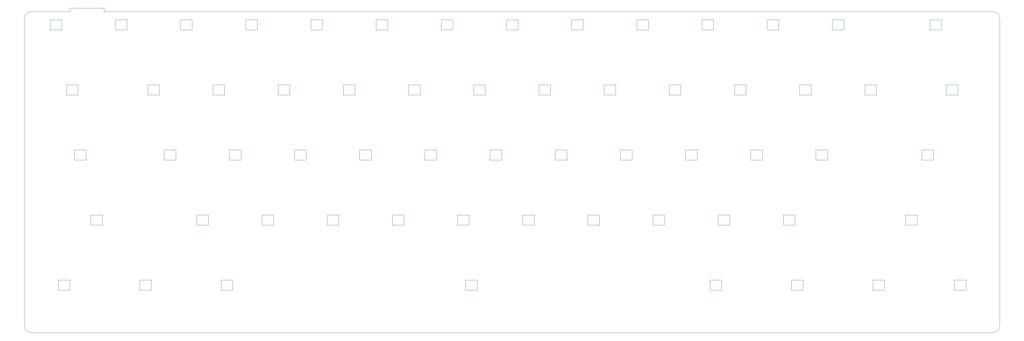
<source format=gm1>
%TF.GenerationSoftware,KiCad,Pcbnew,(5.1.10)-1*%
%TF.CreationDate,2021-09-29T22:37:26-06:00*%
%TF.ProjectId,PyKey60,50794b65-7936-4302-9e6b-696361645f70,1.1a*%
%TF.SameCoordinates,Original*%
%TF.FileFunction,Profile,NP*%
%FSLAX46Y46*%
G04 Gerber Fmt 4.6, Leading zero omitted, Abs format (unit mm)*
G04 Created by KiCad (PCBNEW (5.1.10)-1) date 2021-09-29 22:37:26*
%MOMM*%
%LPD*%
G01*
G04 APERTURE LIST*
%TA.AperFunction,Profile*%
%ADD10C,0.099060*%
%TD*%
%TA.AperFunction,Profile*%
%ADD11C,0.050000*%
%TD*%
G04 APERTURE END LIST*
D10*
X75510000Y-63920000D02*
X85510000Y-63920000D01*
X75510000Y-64928750D02*
X75510000Y-63920000D01*
X85510000Y-63920000D02*
X85510000Y-64928750D01*
X64325500Y-158908750D02*
X345249500Y-158908750D01*
X75510000Y-64928750D02*
X64325500Y-64928750D01*
X85510000Y-64928750D02*
X345249500Y-64928750D01*
X62293500Y-156876750D02*
G75*
G03*
X64325500Y-158908750I2032000J0D01*
G01*
X347281500Y-66960750D02*
G75*
G03*
X345249500Y-64928750I-2032000J0D01*
G01*
X347281500Y-156876750D02*
X347281500Y-66960750D01*
X345249500Y-158908750D02*
G75*
G03*
X347281500Y-156876750I0J2032000D01*
G01*
X62293500Y-66960750D02*
X62293500Y-156876750D01*
X64325500Y-64928750D02*
G75*
G03*
X62293500Y-66960750I0J-2032000D01*
G01*
D11*
%TO.C,U57*%
X194581000Y-146470000D02*
X191181000Y-146470000D01*
X191181000Y-146470000D02*
X191181000Y-143470000D01*
X191181000Y-143470000D02*
X194581000Y-143470000D01*
X194581000Y-143470000D02*
X194581000Y-146470000D01*
%TO.C,U53*%
X323169000Y-127420000D02*
X319769000Y-127420000D01*
X319769000Y-127420000D02*
X319769000Y-124420000D01*
X319769000Y-124420000D02*
X323169000Y-124420000D01*
X323169000Y-124420000D02*
X323169000Y-127420000D01*
%TO.C,U42*%
X85012000Y-127420000D02*
X81612000Y-127420000D01*
X81612000Y-127420000D02*
X81612000Y-124420000D01*
X81612000Y-124420000D02*
X85012000Y-124420000D01*
X85012000Y-124420000D02*
X85012000Y-127420000D01*
%TO.C,U41*%
X327931000Y-108370000D02*
X324531000Y-108370000D01*
X324531000Y-108370000D02*
X324531000Y-105370000D01*
X324531000Y-105370000D02*
X327931000Y-105370000D01*
X327931000Y-105370000D02*
X327931000Y-108370000D01*
%TO.C,U14*%
X330313000Y-70270000D02*
X326913000Y-70270000D01*
X326913000Y-70270000D02*
X326913000Y-67270000D01*
X326913000Y-67270000D02*
X330313000Y-67270000D01*
X330313000Y-67270000D02*
X330313000Y-70270000D01*
%TO.C,U29*%
X80282500Y-108370000D02*
X76882500Y-108370000D01*
X76882500Y-108370000D02*
X76882500Y-105370000D01*
X76882500Y-105370000D02*
X80282500Y-105370000D01*
X80282500Y-105370000D02*
X80282500Y-108370000D01*
%TO.C,U28*%
X335075000Y-89320000D02*
X331675000Y-89320000D01*
X331675000Y-89320000D02*
X331675000Y-86320000D01*
X331675000Y-86320000D02*
X335075000Y-86320000D01*
X335075000Y-86320000D02*
X335075000Y-89320000D01*
%TO.C,U15*%
X77900000Y-89320000D02*
X74500000Y-89320000D01*
X74500000Y-89320000D02*
X74500000Y-86320000D01*
X74500000Y-86320000D02*
X77900000Y-86320000D01*
X77900000Y-86320000D02*
X77900000Y-89320000D01*
%TO.C,U61*%
X337444000Y-146470000D02*
X334044000Y-146470000D01*
X334044000Y-146470000D02*
X334044000Y-143470000D01*
X334044000Y-143470000D02*
X337444000Y-143470000D01*
X337444000Y-143470000D02*
X337444000Y-146470000D01*
%TO.C,U60*%
X313631000Y-146470000D02*
X310231000Y-146470000D01*
X310231000Y-146470000D02*
X310231000Y-143470000D01*
X310231000Y-143470000D02*
X313631000Y-143470000D01*
X313631000Y-143470000D02*
X313631000Y-146470000D01*
%TO.C,U59*%
X289831000Y-146470000D02*
X286431000Y-146470000D01*
X286431000Y-146470000D02*
X286431000Y-143470000D01*
X286431000Y-143470000D02*
X289831000Y-143470000D01*
X289831000Y-143470000D02*
X289831000Y-146470000D01*
%TO.C,U58*%
X266019000Y-146470000D02*
X262619000Y-146470000D01*
X262619000Y-146470000D02*
X262619000Y-143470000D01*
X262619000Y-143470000D02*
X266019000Y-143470000D01*
X266019000Y-143470000D02*
X266019000Y-146470000D01*
%TO.C,U56*%
X123144000Y-146470000D02*
X119744000Y-146470000D01*
X119744000Y-146470000D02*
X119744000Y-143470000D01*
X119744000Y-143470000D02*
X123144000Y-143470000D01*
X123144000Y-143470000D02*
X123144000Y-146470000D01*
%TO.C,U55*%
X99331200Y-146470000D02*
X95931200Y-146470000D01*
X95931200Y-146470000D02*
X95931200Y-143470000D01*
X95931200Y-143470000D02*
X99331200Y-143470000D01*
X99331200Y-143470000D02*
X99331200Y-146470000D01*
%TO.C,U54*%
X75518800Y-146470000D02*
X72118800Y-146470000D01*
X72118800Y-146470000D02*
X72118800Y-143470000D01*
X72118800Y-143470000D02*
X75518800Y-143470000D01*
X75518800Y-143470000D02*
X75518800Y-146470000D01*
%TO.C,U52*%
X287450000Y-127420000D02*
X284050000Y-127420000D01*
X284050000Y-127420000D02*
X284050000Y-124420000D01*
X284050000Y-124420000D02*
X287450000Y-124420000D01*
X287450000Y-124420000D02*
X287450000Y-127420000D01*
%TO.C,U51*%
X268400000Y-127420000D02*
X265000000Y-127420000D01*
X265000000Y-127420000D02*
X265000000Y-124420000D01*
X265000000Y-124420000D02*
X268400000Y-124420000D01*
X268400000Y-124420000D02*
X268400000Y-127420000D01*
%TO.C,U50*%
X249350000Y-127420000D02*
X245950000Y-127420000D01*
X245950000Y-127420000D02*
X245950000Y-124420000D01*
X245950000Y-124420000D02*
X249350000Y-124420000D01*
X249350000Y-124420000D02*
X249350000Y-127420000D01*
%TO.C,U49*%
X230300000Y-127420000D02*
X226900000Y-127420000D01*
X226900000Y-127420000D02*
X226900000Y-124420000D01*
X226900000Y-124420000D02*
X230300000Y-124420000D01*
X230300000Y-124420000D02*
X230300000Y-127420000D01*
%TO.C,U48*%
X211250000Y-127420000D02*
X207850000Y-127420000D01*
X207850000Y-127420000D02*
X207850000Y-124420000D01*
X207850000Y-124420000D02*
X211250000Y-124420000D01*
X211250000Y-124420000D02*
X211250000Y-127420000D01*
%TO.C,U47*%
X192200000Y-127420000D02*
X188800000Y-127420000D01*
X188800000Y-127420000D02*
X188800000Y-124420000D01*
X188800000Y-124420000D02*
X192200000Y-124420000D01*
X192200000Y-124420000D02*
X192200000Y-127420000D01*
%TO.C,U46*%
X173150000Y-127420000D02*
X169750000Y-127420000D01*
X169750000Y-127420000D02*
X169750000Y-124420000D01*
X169750000Y-124420000D02*
X173150000Y-124420000D01*
X173150000Y-124420000D02*
X173150000Y-127420000D01*
%TO.C,U45*%
X154100000Y-127420000D02*
X150700000Y-127420000D01*
X150700000Y-127420000D02*
X150700000Y-124420000D01*
X150700000Y-124420000D02*
X154100000Y-124420000D01*
X154100000Y-124420000D02*
X154100000Y-127420000D01*
%TO.C,U44*%
X135050000Y-127420000D02*
X131650000Y-127420000D01*
X131650000Y-127420000D02*
X131650000Y-124420000D01*
X131650000Y-124420000D02*
X135050000Y-124420000D01*
X135050000Y-124420000D02*
X135050000Y-127420000D01*
%TO.C,U43*%
X116000000Y-127420000D02*
X112600000Y-127420000D01*
X112600000Y-127420000D02*
X112600000Y-124420000D01*
X112600000Y-124420000D02*
X116000000Y-124420000D01*
X116000000Y-124420000D02*
X116000000Y-127420000D01*
%TO.C,U40*%
X296975000Y-108370000D02*
X293575000Y-108370000D01*
X293575000Y-108370000D02*
X293575000Y-105370000D01*
X293575000Y-105370000D02*
X296975000Y-105370000D01*
X296975000Y-105370000D02*
X296975000Y-108370000D01*
%TO.C,U39*%
X277925000Y-108370000D02*
X274525000Y-108370000D01*
X274525000Y-108370000D02*
X274525000Y-105370000D01*
X274525000Y-105370000D02*
X277925000Y-105370000D01*
X277925000Y-105370000D02*
X277925000Y-108370000D01*
%TO.C,U38*%
X258875000Y-108370000D02*
X255475000Y-108370000D01*
X255475000Y-108370000D02*
X255475000Y-105370000D01*
X255475000Y-105370000D02*
X258875000Y-105370000D01*
X258875000Y-105370000D02*
X258875000Y-108370000D01*
%TO.C,U37*%
X239825000Y-108370000D02*
X236425000Y-108370000D01*
X236425000Y-108370000D02*
X236425000Y-105370000D01*
X236425000Y-105370000D02*
X239825000Y-105370000D01*
X239825000Y-105370000D02*
X239825000Y-108370000D01*
%TO.C,U36*%
X220775000Y-108370000D02*
X217375000Y-108370000D01*
X217375000Y-108370000D02*
X217375000Y-105370000D01*
X217375000Y-105370000D02*
X220775000Y-105370000D01*
X220775000Y-105370000D02*
X220775000Y-108370000D01*
%TO.C,U35*%
X201725000Y-108370000D02*
X198325000Y-108370000D01*
X198325000Y-108370000D02*
X198325000Y-105370000D01*
X198325000Y-105370000D02*
X201725000Y-105370000D01*
X201725000Y-105370000D02*
X201725000Y-108370000D01*
%TO.C,U34*%
X182675000Y-108370000D02*
X179275000Y-108370000D01*
X179275000Y-108370000D02*
X179275000Y-105370000D01*
X179275000Y-105370000D02*
X182675000Y-105370000D01*
X182675000Y-105370000D02*
X182675000Y-108370000D01*
%TO.C,U33*%
X163625000Y-108370000D02*
X160225000Y-108370000D01*
X160225000Y-108370000D02*
X160225000Y-105370000D01*
X160225000Y-105370000D02*
X163625000Y-105370000D01*
X163625000Y-105370000D02*
X163625000Y-108370000D01*
%TO.C,U32*%
X144575000Y-108370000D02*
X141175000Y-108370000D01*
X141175000Y-108370000D02*
X141175000Y-105370000D01*
X141175000Y-105370000D02*
X144575000Y-105370000D01*
X144575000Y-105370000D02*
X144575000Y-108370000D01*
%TO.C,U31*%
X125525000Y-108370000D02*
X122125000Y-108370000D01*
X122125000Y-108370000D02*
X122125000Y-105370000D01*
X122125000Y-105370000D02*
X125525000Y-105370000D01*
X125525000Y-105370000D02*
X125525000Y-108370000D01*
%TO.C,U30*%
X106475000Y-108370000D02*
X103075000Y-108370000D01*
X103075000Y-108370000D02*
X103075000Y-105370000D01*
X103075000Y-105370000D02*
X106475000Y-105370000D01*
X106475000Y-105370000D02*
X106475000Y-108370000D01*
%TO.C,U27*%
X311262000Y-89320000D02*
X307862000Y-89320000D01*
X307862000Y-89320000D02*
X307862000Y-86320000D01*
X307862000Y-86320000D02*
X311262000Y-86320000D01*
X311262000Y-86320000D02*
X311262000Y-89320000D01*
%TO.C,U26*%
X292212000Y-89320000D02*
X288812000Y-89320000D01*
X288812000Y-89320000D02*
X288812000Y-86320000D01*
X288812000Y-86320000D02*
X292212000Y-86320000D01*
X292212000Y-86320000D02*
X292212000Y-89320000D01*
%TO.C,U25*%
X273162000Y-89320000D02*
X269762000Y-89320000D01*
X269762000Y-89320000D02*
X269762000Y-86320000D01*
X269762000Y-86320000D02*
X273162000Y-86320000D01*
X273162000Y-86320000D02*
X273162000Y-89320000D01*
%TO.C,U24*%
X254112000Y-89320000D02*
X250712000Y-89320000D01*
X250712000Y-89320000D02*
X250712000Y-86320000D01*
X250712000Y-86320000D02*
X254112000Y-86320000D01*
X254112000Y-86320000D02*
X254112000Y-89320000D01*
%TO.C,U23*%
X235062000Y-89320000D02*
X231662000Y-89320000D01*
X231662000Y-89320000D02*
X231662000Y-86320000D01*
X231662000Y-86320000D02*
X235062000Y-86320000D01*
X235062000Y-86320000D02*
X235062000Y-89320000D01*
%TO.C,U22*%
X216012000Y-89320000D02*
X212612000Y-89320000D01*
X212612000Y-89320000D02*
X212612000Y-86320000D01*
X212612000Y-86320000D02*
X216012000Y-86320000D01*
X216012000Y-86320000D02*
X216012000Y-89320000D01*
%TO.C,U21*%
X196962000Y-89320000D02*
X193562000Y-89320000D01*
X193562000Y-89320000D02*
X193562000Y-86320000D01*
X193562000Y-86320000D02*
X196962000Y-86320000D01*
X196962000Y-86320000D02*
X196962000Y-89320000D01*
%TO.C,U20*%
X177912000Y-89320000D02*
X174512000Y-89320000D01*
X174512000Y-89320000D02*
X174512000Y-86320000D01*
X174512000Y-86320000D02*
X177912000Y-86320000D01*
X177912000Y-86320000D02*
X177912000Y-89320000D01*
%TO.C,U19*%
X158862000Y-89320000D02*
X155462000Y-89320000D01*
X155462000Y-89320000D02*
X155462000Y-86320000D01*
X155462000Y-86320000D02*
X158862000Y-86320000D01*
X158862000Y-86320000D02*
X158862000Y-89320000D01*
%TO.C,U18*%
X139812000Y-89320000D02*
X136412000Y-89320000D01*
X136412000Y-89320000D02*
X136412000Y-86320000D01*
X136412000Y-86320000D02*
X139812000Y-86320000D01*
X139812000Y-86320000D02*
X139812000Y-89320000D01*
%TO.C,U17*%
X120762000Y-89320000D02*
X117362000Y-89320000D01*
X117362000Y-89320000D02*
X117362000Y-86320000D01*
X117362000Y-86320000D02*
X120762000Y-86320000D01*
X120762000Y-86320000D02*
X120762000Y-89320000D01*
%TO.C,U16*%
X101712000Y-89320000D02*
X98312000Y-89320000D01*
X98312000Y-89320000D02*
X98312000Y-86320000D01*
X98312000Y-86320000D02*
X101712000Y-86320000D01*
X101712000Y-86320000D02*
X101712000Y-89320000D01*
%TO.C,U13*%
X301738000Y-70270000D02*
X298338000Y-70270000D01*
X298338000Y-70270000D02*
X298338000Y-67270000D01*
X298338000Y-67270000D02*
X301738000Y-67270000D01*
X301738000Y-67270000D02*
X301738000Y-70270000D01*
%TO.C,U12*%
X282688000Y-70270000D02*
X279288000Y-70270000D01*
X279288000Y-70270000D02*
X279288000Y-67270000D01*
X279288000Y-67270000D02*
X282688000Y-67270000D01*
X282688000Y-67270000D02*
X282688000Y-70270000D01*
%TO.C,U11*%
X263638000Y-70270000D02*
X260238000Y-70270000D01*
X260238000Y-70270000D02*
X260238000Y-67270000D01*
X260238000Y-67270000D02*
X263638000Y-67270000D01*
X263638000Y-67270000D02*
X263638000Y-70270000D01*
%TO.C,U10*%
X244588000Y-70270000D02*
X241188000Y-70270000D01*
X241188000Y-70270000D02*
X241188000Y-67270000D01*
X241188000Y-67270000D02*
X244588000Y-67270000D01*
X244588000Y-67270000D02*
X244588000Y-70270000D01*
%TO.C,U9*%
X225538000Y-70270000D02*
X222138000Y-70270000D01*
X222138000Y-70270000D02*
X222138000Y-67270000D01*
X222138000Y-67270000D02*
X225538000Y-67270000D01*
X225538000Y-67270000D02*
X225538000Y-70270000D01*
%TO.C,U8*%
X206488000Y-70270000D02*
X203088000Y-70270000D01*
X203088000Y-70270000D02*
X203088000Y-67270000D01*
X203088000Y-67270000D02*
X206488000Y-67270000D01*
X206488000Y-67270000D02*
X206488000Y-70270000D01*
%TO.C,U7*%
X187438000Y-70270000D02*
X184038000Y-70270000D01*
X184038000Y-70270000D02*
X184038000Y-67270000D01*
X184038000Y-67270000D02*
X187438000Y-67270000D01*
X187438000Y-67270000D02*
X187438000Y-70270000D01*
%TO.C,U6*%
X168388000Y-70270000D02*
X164988000Y-70270000D01*
X164988000Y-70270000D02*
X164988000Y-67270000D01*
X164988000Y-67270000D02*
X168388000Y-67270000D01*
X168388000Y-67270000D02*
X168388000Y-70270000D01*
%TO.C,U5*%
X149338000Y-70270000D02*
X145938000Y-70270000D01*
X145938000Y-70270000D02*
X145938000Y-67270000D01*
X145938000Y-67270000D02*
X149338000Y-67270000D01*
X149338000Y-67270000D02*
X149338000Y-70270000D01*
%TO.C,U4*%
X130288000Y-70270000D02*
X126888000Y-70270000D01*
X126888000Y-70270000D02*
X126888000Y-67270000D01*
X126888000Y-67270000D02*
X130288000Y-67270000D01*
X130288000Y-67270000D02*
X130288000Y-70270000D01*
%TO.C,U3*%
X111238000Y-70270000D02*
X107838000Y-70270000D01*
X107838000Y-70270000D02*
X107838000Y-67270000D01*
X107838000Y-67270000D02*
X111238000Y-67270000D01*
X111238000Y-67270000D02*
X111238000Y-70270000D01*
%TO.C,U2*%
X92187500Y-70270000D02*
X88787500Y-70270000D01*
X88787500Y-70270000D02*
X88787500Y-67270000D01*
X88787500Y-67270000D02*
X92187500Y-67270000D01*
X92187500Y-67270000D02*
X92187500Y-70270000D01*
%TO.C,U1*%
X73137500Y-70270000D02*
X69737500Y-70270000D01*
X69737500Y-70270000D02*
X69737500Y-67270000D01*
X69737500Y-67270000D02*
X73137500Y-67270000D01*
X73137500Y-67270000D02*
X73137500Y-70270000D01*
%TD*%
M02*

</source>
